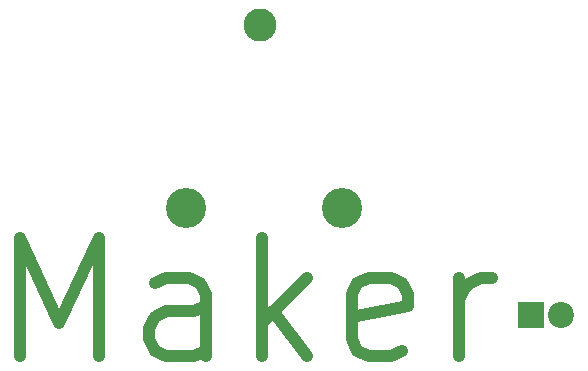
<source format=gts>
G04 #@! TF.GenerationSoftware,KiCad,Pcbnew,5.1.2*
G04 #@! TF.CreationDate,2019-11-06T15:15:23-05:00*
G04 #@! TF.ProjectId,rochester_makerfaire,726f6368-6573-4746-9572-5f6d616b6572,rev?*
G04 #@! TF.SameCoordinates,Original*
G04 #@! TF.FileFunction,Soldermask,Top*
G04 #@! TF.FilePolarity,Negative*
%FSLAX46Y46*%
G04 Gerber Fmt 4.6, Leading zero omitted, Abs format (unit mm)*
G04 Created by KiCad (PCBNEW 5.1.2) date 2019-11-06 15:15:23*
%MOMM*%
%LPD*%
G04 APERTURE LIST*
%ADD10C,1.000000*%
%ADD11C,3.400000*%
%ADD12C,2.800000*%
%ADD13C,2.200000*%
%ADD14R,2.200000X2.200000*%
G04 APERTURE END LIST*
D10*
X61714285Y-84523809D02*
X61714285Y-74523809D01*
X65047619Y-81666666D01*
X68380952Y-74523809D01*
X68380952Y-84523809D01*
X77428571Y-84523809D02*
X77428571Y-79285714D01*
X76952380Y-78333333D01*
X76000000Y-77857142D01*
X74095238Y-77857142D01*
X73142857Y-78333333D01*
X77428571Y-84047619D02*
X76476190Y-84523809D01*
X74095238Y-84523809D01*
X73142857Y-84047619D01*
X72666666Y-83095238D01*
X72666666Y-82142857D01*
X73142857Y-81190476D01*
X74095238Y-80714285D01*
X76476190Y-80714285D01*
X77428571Y-80238095D01*
X82190476Y-84523809D02*
X82190476Y-74523809D01*
X83142857Y-80714285D02*
X86000000Y-84523809D01*
X86000000Y-77857142D02*
X82190476Y-81666666D01*
X94095238Y-84047619D02*
X93142857Y-84523809D01*
X91238095Y-84523809D01*
X90285714Y-84047619D01*
X89809523Y-83095238D01*
X89809523Y-79285714D01*
X90285714Y-78333333D01*
X91238095Y-77857142D01*
X93142857Y-77857142D01*
X94095238Y-78333333D01*
X94571428Y-79285714D01*
X94571428Y-80238095D01*
X89809523Y-81190476D01*
X98857142Y-84523809D02*
X98857142Y-77857142D01*
X98857142Y-79761904D02*
X99333333Y-78809523D01*
X99809523Y-78333333D01*
X100761904Y-77857142D01*
X101714285Y-77857142D01*
D11*
X75800000Y-72000000D03*
X89000000Y-72000000D03*
D12*
X82000000Y-56500000D03*
D13*
X107540000Y-81000000D03*
D14*
X105000000Y-81000000D03*
M02*

</source>
